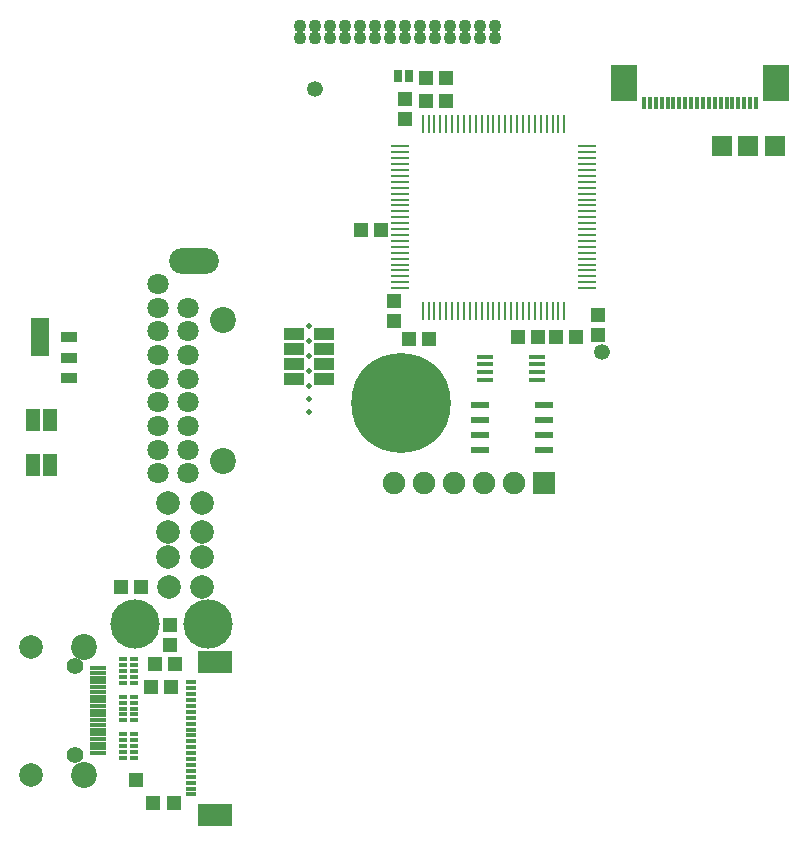
<source format=gts>
G04 DipTrace 3.3.1.1*
G04 TopMask.gts*
%MOIN*%
G04 #@! TF.FileFunction,Soldermask,Top*
G04 #@! TF.Part,Single*
%AMOUTLINE0*
4,1,4,
0.016,-0.006,
-0.016,-0.006,
-0.016,0.006,
0.016,0.006,
0.016,-0.006,
0*%
%ADD21C,0.019685*%
%ADD28R,0.045X0.045*%
%ADD29R,0.065X0.065*%
%ADD36R,0.011801X0.043301*%
%ADD37R,0.0906X0.122*%
%ADD39R,0.112X0.075*%
%ADD41R,0.0295X0.011801*%
%ADD42R,0.0295X0.015699*%
%ADD49R,0.011X0.0591*%
%ADD50R,0.0591X0.011*%
%ADD51R,0.031496X0.03937*%
%ADD53R,0.0571X0.017699*%
%ADD55R,0.061X0.0236*%
%ADD70C,0.332*%
%ADD72C,0.070866*%
%ADD83C,0.052874*%
%ADD87C,0.164154*%
%ADD91C,0.043307*%
%ADD93R,0.055118X0.035433*%
%ADD95R,0.062992X0.125984*%
%ADD97C,0.055073*%
%ADD99C,0.086573*%
%ADD101R,0.055118X0.016929*%
%ADD113C,0.035433*%
%ADD114R,0.049213X0.072835*%
%ADD116C,0.078774*%
%ADD119O,0.165354X0.086614*%
%ADD121C,0.086614*%
%ADD126R,0.070874X0.039374*%
%ADD134C,0.074803*%
%ADD136R,0.074803X0.074803*%
%ADD138R,0.051181X0.047244*%
%ADD140R,0.047244X0.051181*%
%ADD150OUTLINE0*%
%FSLAX26Y26*%
G04*
G70*
G90*
G75*
G01*
G04 TopMask*
%LPD*%
D87*
X782262Y1076510D3*
X1024881Y1076249D3*
D83*
X2338969Y1982335D3*
X1382719Y2857335D3*
D28*
X841475Y479374D3*
D29*
X2826469Y2669833D3*
D140*
X1644707Y2085563D3*
Y2152492D3*
D138*
X1601469Y2388584D3*
X1534539D3*
X1751514Y2895241D3*
X1818444D3*
X2251469Y2032335D3*
X2184539D3*
X735227Y1198123D3*
X802156D3*
X1695219Y2026084D3*
X1762148D3*
D140*
X1681951Y2758717D3*
Y2825646D3*
D136*
X2145218Y1544833D3*
D134*
X2045218D3*
X1945218D3*
X1845218D3*
X1745218D3*
X1645218D3*
D36*
X2812451Y2812450D3*
X2792751Y2812551D3*
X2773052D3*
X2753352D3*
X2733752D3*
X2714051D3*
X2694350D3*
X2674652D3*
X2654951D3*
X2635251D3*
X2615652D3*
X2595951D3*
X2576252D3*
X2556551D3*
X2536850D3*
X2517152D3*
X2497451D3*
X2832152D3*
X2477850D3*
X2851850D3*
D37*
X2917551Y2879450D3*
X2412052D3*
D150*
X966877Y507332D3*
Y527017D3*
Y546702D3*
Y566387D3*
Y586072D3*
Y605757D3*
Y625442D3*
Y645127D3*
Y664812D3*
Y684497D3*
Y704182D3*
Y723867D3*
Y743552D3*
Y763238D3*
Y782923D3*
Y802608D3*
Y822293D3*
Y841978D3*
Y861663D3*
Y881348D3*
D39*
X1047877Y948340D3*
Y440340D3*
D126*
X1312452Y1893701D3*
X1412452D3*
D41*
X778976Y629373D3*
Y649073D3*
Y688472D3*
Y708173D3*
X740777Y629373D3*
Y649073D3*
Y688472D3*
Y708173D3*
D42*
X778976Y668773D3*
X740777D3*
D41*
X778976Y754374D3*
Y774075D3*
Y813474D3*
Y833175D3*
X740777Y754374D3*
Y774075D3*
Y813474D3*
Y833175D3*
D42*
X778976Y793774D3*
X740777D3*
D41*
X778976Y879373D3*
Y899073D3*
Y938472D3*
Y958173D3*
X740777Y879373D3*
Y899073D3*
Y938472D3*
Y958173D3*
D42*
X778976Y918773D3*
X740777D3*
D29*
X2738969Y2669833D3*
D28*
X910224Y479374D3*
D70*
X1668777Y1811728D3*
D21*
X1362451Y2068700D3*
Y2018700D3*
Y1968700D3*
Y1918700D3*
Y1868700D3*
Y1824950D3*
Y1781200D3*
D29*
X2913967Y2669833D3*
D121*
X1075694Y2089077D3*
D119*
X978765Y2286873D3*
D72*
X957584Y1971912D3*
Y1578211D3*
Y1656951D3*
Y1814432D3*
Y2050652D3*
Y1735692D3*
Y1893172D3*
Y2129392D3*
X859159Y1578211D3*
Y1656951D3*
Y1735692D3*
Y1814432D3*
Y1893172D3*
Y1971912D3*
Y2050652D3*
Y2129392D3*
Y2208133D3*
D121*
X1076469Y1619835D3*
D116*
X892597Y1299697D3*
X892345Y1382067D3*
Y1479802D3*
X1006201Y1200201D3*
Y1299950D3*
X1005948Y1381564D3*
X1005697Y1479549D3*
X893608Y1200455D3*
D140*
X2326469Y2038584D3*
Y2105513D3*
D138*
X2057719Y2032335D3*
X2124648D3*
X1750678Y2820340D3*
X1817608D3*
X835227Y866874D3*
X902156D3*
D140*
X897727Y1073122D3*
Y1006193D3*
D138*
X916476Y941871D3*
X849547D3*
D126*
X1312453Y1943700D3*
X1412453D3*
X1312451Y2043700D3*
X1312453Y1993700D3*
X1412451Y2043700D3*
X1412453Y1993700D3*
D114*
X440004Y1605307D3*
Y1756882D3*
X497091Y1605307D3*
Y1756882D3*
D113*
X436067Y1601370D3*
Y1760819D3*
D28*
X785227Y554374D3*
D49*
X1740316Y2120232D3*
X1760017D3*
X1779618D3*
X1799316D3*
X1819017D3*
X1838717D3*
X1858419D3*
X1878117D3*
X1897816D3*
X1917417D3*
X1937118D3*
X1956816D3*
X1976517D3*
X1996218D3*
X2015919D3*
X2035617D3*
X2055217D3*
X2074917D3*
X2094617D3*
X2114316D3*
X2134017D3*
X2153718D3*
X2173417D3*
X2193017D3*
X2212717D3*
X1740316Y2742332D3*
X1760017D3*
X1779618D3*
X1799316D3*
X1819017D3*
X1838717D3*
X1858419D3*
X1878117D3*
X1897816D3*
X1917417D3*
X1937118D3*
X1956816D3*
X1976517D3*
X1996218D3*
X2015919D3*
X2035617D3*
X2055217D3*
X2074917D3*
X2094617D3*
X2114316D3*
X2134017D3*
X2153718D3*
X2173417D3*
X2193017D3*
X2212717D3*
D50*
X2287517Y2195033D3*
Y2214734D3*
Y2234430D3*
Y2254133D3*
Y2273833D3*
Y2293530D3*
Y2313231D3*
Y2332832D3*
Y2352533D3*
Y2372231D3*
Y2391932D3*
Y2411633D3*
Y2431333D3*
Y2451030D3*
Y2470631D3*
Y2490332D3*
Y2510030D3*
Y2529731D3*
Y2549432D3*
Y2569133D3*
Y2588734D3*
Y2608430D3*
Y2628131D3*
Y2647833D3*
Y2667530D3*
X1665517Y2195033D3*
Y2214734D3*
Y2234430D3*
Y2254133D3*
Y2273833D3*
Y2293530D3*
Y2313231D3*
Y2332832D3*
Y2352533D3*
Y2372231D3*
Y2391932D3*
Y2411633D3*
Y2431333D3*
Y2451030D3*
Y2470631D3*
Y2490332D3*
Y2510030D3*
Y2529731D3*
Y2549432D3*
Y2569133D3*
Y2588734D3*
Y2608430D3*
Y2628131D3*
Y2647833D3*
Y2667530D3*
D51*
X1657718Y2901084D3*
X1695217D3*
D53*
X1948332Y1967223D3*
Y1941623D3*
Y1916024D3*
Y1890522D3*
X2121531Y1967223D3*
Y1941623D3*
Y1916024D3*
Y1890522D3*
D55*
X2145627Y1656608D3*
Y1706608D3*
Y1756608D3*
Y1806608D3*
X1933026Y1656608D3*
Y1706608D3*
Y1756608D3*
Y1806608D3*
D101*
X657647Y644954D3*
Y660702D3*
Y676450D3*
Y692198D3*
Y707946D3*
Y723694D3*
Y739442D3*
Y755190D3*
Y770938D3*
Y786686D3*
Y802434D3*
Y818182D3*
Y833930D3*
Y849678D3*
Y865427D3*
Y881175D3*
Y896923D3*
Y912671D3*
Y928419D3*
D99*
X612366Y572867D3*
X612357Y1000025D3*
D97*
X580770Y934034D3*
X580849Y638823D3*
D116*
X435123Y1000052D3*
X435169Y572843D3*
D95*
X464434Y2032837D3*
D93*
X562860D3*
Y1963940D3*
Y1895042D3*
D91*
X1330213Y3029252D3*
X1380213D3*
X1430213D3*
X1480213D3*
X1530213D3*
X1580213D3*
X1630213D3*
X1680213D3*
X1730213D3*
X1780213D3*
X1830213D3*
X1880213D3*
X1930213D3*
X1980213D3*
Y3068622D3*
X1930213D3*
X1880213D3*
X1830213D3*
X1780213D3*
X1730213D3*
X1680213D3*
X1630213D3*
X1580213D3*
X1530213D3*
X1480213D3*
X1430213D3*
X1380213D3*
X1330213D3*
M02*

</source>
